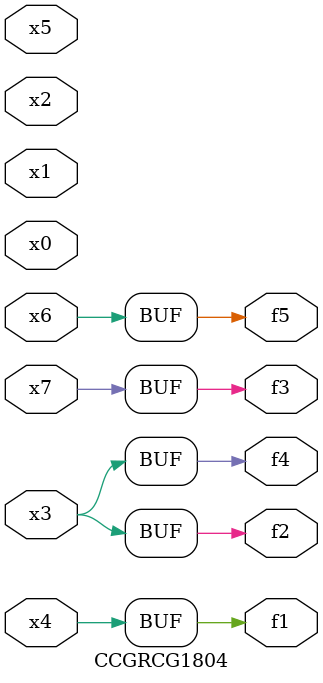
<source format=v>
module CCGRCG1804(
	input x0, x1, x2, x3, x4, x5, x6, x7,
	output f1, f2, f3, f4, f5
);
	assign f1 = x4;
	assign f2 = x3;
	assign f3 = x7;
	assign f4 = x3;
	assign f5 = x6;
endmodule

</source>
